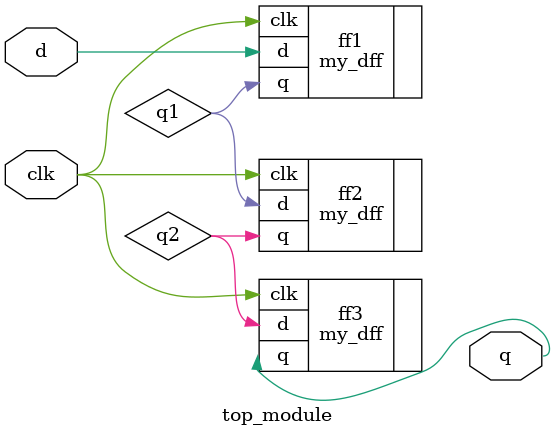
<source format=v>
module top_module(input clk, d, output q);
    wire q1, q2;
    my_dff ff1 (.clk(clk), .d(d), .q(q1));
    my_dff ff2 (.clk(clk), .d(q1), .q(q2));
    my_dff ff3 (.clk(clk), .d(q2), .q(q));
endmodule
</source>
